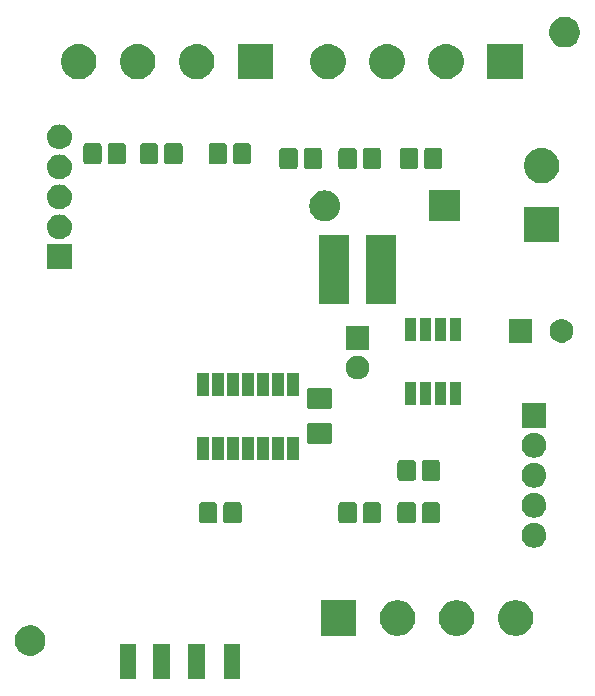
<source format=gbr>
G04 #@! TF.GenerationSoftware,KiCad,Pcbnew,5.0.1*
G04 #@! TF.CreationDate,2019-01-05T16:33:49+01:00*
G04 #@! TF.ProjectId,sensor_board-led,73656E736F725F626F6172642D6C6564,V1.2*
G04 #@! TF.SameCoordinates,Original*
G04 #@! TF.FileFunction,Soldermask,Top*
G04 #@! TF.FilePolarity,Negative*
%FSLAX46Y46*%
G04 Gerber Fmt 4.6, Leading zero omitted, Abs format (unit mm)*
G04 Created by KiCad (PCBNEW 5.0.1) date Sat 05 Jan 2019 04:33:49 PM CET*
%MOMM*%
%LPD*%
G01*
G04 APERTURE LIST*
%ADD10C,0.100000*%
G04 APERTURE END LIST*
D10*
G36*
X46583000Y-79086600D02*
X45183000Y-79086600D01*
X45183000Y-76176600D01*
X46583000Y-76176600D01*
X46583000Y-79086600D01*
X46583000Y-79086600D01*
G37*
G36*
X43583000Y-79086600D02*
X42183000Y-79086600D01*
X42183000Y-76176600D01*
X43583000Y-76176600D01*
X43583000Y-79086600D01*
X43583000Y-79086600D01*
G37*
G36*
X40583000Y-79086600D02*
X39183000Y-79086600D01*
X39183000Y-76176600D01*
X40583000Y-76176600D01*
X40583000Y-79086600D01*
X40583000Y-79086600D01*
G37*
G36*
X37783000Y-79086600D02*
X36383000Y-79086600D01*
X36383000Y-76176600D01*
X37783000Y-76176600D01*
X37783000Y-79086600D01*
X37783000Y-79086600D01*
G37*
G36*
X29157396Y-74594358D02*
X29393980Y-74692354D01*
X29606905Y-74834626D01*
X29787974Y-75015695D01*
X29930246Y-75228620D01*
X30028242Y-75465204D01*
X30078200Y-75716360D01*
X30078200Y-75972440D01*
X30028242Y-76223596D01*
X29930246Y-76460180D01*
X29787974Y-76673105D01*
X29606905Y-76854174D01*
X29393980Y-76996446D01*
X29157396Y-77094442D01*
X28906240Y-77144400D01*
X28650160Y-77144400D01*
X28399004Y-77094442D01*
X28162420Y-76996446D01*
X27949495Y-76854174D01*
X27768426Y-76673105D01*
X27626154Y-76460180D01*
X27528158Y-76223596D01*
X27478200Y-75972440D01*
X27478200Y-75716360D01*
X27528158Y-75465204D01*
X27626154Y-75228620D01*
X27768426Y-75015695D01*
X27949495Y-74834626D01*
X28162420Y-74692354D01*
X28399004Y-74594358D01*
X28650160Y-74544400D01*
X28906240Y-74544400D01*
X29157396Y-74594358D01*
X29157396Y-74594358D01*
G37*
G36*
X60221835Y-72470029D02*
X60318434Y-72489244D01*
X60591417Y-72602317D01*
X60833820Y-72764287D01*
X60837097Y-72766476D01*
X61046024Y-72975403D01*
X61046026Y-72975406D01*
X61210183Y-73221083D01*
X61323256Y-73494066D01*
X61380900Y-73783863D01*
X61380900Y-74079337D01*
X61323256Y-74369134D01*
X61210183Y-74642117D01*
X61176615Y-74692355D01*
X61046024Y-74887797D01*
X60837097Y-75096724D01*
X60837094Y-75096726D01*
X60591417Y-75260883D01*
X60318434Y-75373956D01*
X60221835Y-75393171D01*
X60028639Y-75431600D01*
X59733161Y-75431600D01*
X59539965Y-75393171D01*
X59443366Y-75373956D01*
X59170383Y-75260883D01*
X58924706Y-75096726D01*
X58924703Y-75096724D01*
X58715776Y-74887797D01*
X58585185Y-74692355D01*
X58551617Y-74642117D01*
X58438544Y-74369134D01*
X58380900Y-74079337D01*
X58380900Y-73783863D01*
X58438544Y-73494066D01*
X58551617Y-73221083D01*
X58715774Y-72975406D01*
X58715776Y-72975403D01*
X58924703Y-72766476D01*
X58927980Y-72764287D01*
X59170383Y-72602317D01*
X59443366Y-72489244D01*
X59539965Y-72470029D01*
X59733161Y-72431600D01*
X60028639Y-72431600D01*
X60221835Y-72470029D01*
X60221835Y-72470029D01*
G37*
G36*
X56380900Y-75431600D02*
X53380900Y-75431600D01*
X53380900Y-72431600D01*
X56380900Y-72431600D01*
X56380900Y-75431600D01*
X56380900Y-75431600D01*
G37*
G36*
X70221835Y-72470029D02*
X70318434Y-72489244D01*
X70591417Y-72602317D01*
X70833820Y-72764287D01*
X70837097Y-72766476D01*
X71046024Y-72975403D01*
X71046026Y-72975406D01*
X71210183Y-73221083D01*
X71323256Y-73494066D01*
X71380900Y-73783863D01*
X71380900Y-74079337D01*
X71323256Y-74369134D01*
X71210183Y-74642117D01*
X71176615Y-74692355D01*
X71046024Y-74887797D01*
X70837097Y-75096724D01*
X70837094Y-75096726D01*
X70591417Y-75260883D01*
X70318434Y-75373956D01*
X70221835Y-75393171D01*
X70028639Y-75431600D01*
X69733161Y-75431600D01*
X69539965Y-75393171D01*
X69443366Y-75373956D01*
X69170383Y-75260883D01*
X68924706Y-75096726D01*
X68924703Y-75096724D01*
X68715776Y-74887797D01*
X68585185Y-74692355D01*
X68551617Y-74642117D01*
X68438544Y-74369134D01*
X68380900Y-74079337D01*
X68380900Y-73783863D01*
X68438544Y-73494066D01*
X68551617Y-73221083D01*
X68715774Y-72975406D01*
X68715776Y-72975403D01*
X68924703Y-72766476D01*
X68927980Y-72764287D01*
X69170383Y-72602317D01*
X69443366Y-72489244D01*
X69539965Y-72470029D01*
X69733161Y-72431600D01*
X70028639Y-72431600D01*
X70221835Y-72470029D01*
X70221835Y-72470029D01*
G37*
G36*
X65221835Y-72470029D02*
X65318434Y-72489244D01*
X65591417Y-72602317D01*
X65833820Y-72764287D01*
X65837097Y-72766476D01*
X66046024Y-72975403D01*
X66046026Y-72975406D01*
X66210183Y-73221083D01*
X66323256Y-73494066D01*
X66380900Y-73783863D01*
X66380900Y-74079337D01*
X66323256Y-74369134D01*
X66210183Y-74642117D01*
X66176615Y-74692355D01*
X66046024Y-74887797D01*
X65837097Y-75096724D01*
X65837094Y-75096726D01*
X65591417Y-75260883D01*
X65318434Y-75373956D01*
X65221835Y-75393171D01*
X65028639Y-75431600D01*
X64733161Y-75431600D01*
X64539965Y-75393171D01*
X64443366Y-75373956D01*
X64170383Y-75260883D01*
X63924706Y-75096726D01*
X63924703Y-75096724D01*
X63715776Y-74887797D01*
X63585185Y-74692355D01*
X63551617Y-74642117D01*
X63438544Y-74369134D01*
X63380900Y-74079337D01*
X63380900Y-73783863D01*
X63438544Y-73494066D01*
X63551617Y-73221083D01*
X63715774Y-72975406D01*
X63715776Y-72975403D01*
X63924703Y-72766476D01*
X63927980Y-72764287D01*
X64170383Y-72602317D01*
X64443366Y-72489244D01*
X64539965Y-72470029D01*
X64733161Y-72431600D01*
X65028639Y-72431600D01*
X65221835Y-72470029D01*
X65221835Y-72470029D01*
G37*
G36*
X71562364Y-65886218D02*
X71643336Y-65894193D01*
X71745305Y-65925125D01*
X71841263Y-65954233D01*
X72023672Y-66051733D01*
X72183554Y-66182946D01*
X72314767Y-66342828D01*
X72412267Y-66525237D01*
X72412267Y-66525238D01*
X72472307Y-66723164D01*
X72492580Y-66929000D01*
X72472307Y-67134836D01*
X72432280Y-67266787D01*
X72412267Y-67332763D01*
X72314767Y-67515172D01*
X72183554Y-67675054D01*
X72023672Y-67806267D01*
X71841263Y-67903767D01*
X71775287Y-67923780D01*
X71643336Y-67963807D01*
X71566207Y-67971404D01*
X71489080Y-67979000D01*
X71385920Y-67979000D01*
X71308793Y-67971404D01*
X71231664Y-67963807D01*
X71099713Y-67923780D01*
X71033737Y-67903767D01*
X70851328Y-67806267D01*
X70691446Y-67675054D01*
X70560233Y-67515172D01*
X70462733Y-67332763D01*
X70442720Y-67266787D01*
X70402693Y-67134836D01*
X70382420Y-66929000D01*
X70402693Y-66723164D01*
X70462733Y-66525238D01*
X70462733Y-66525237D01*
X70560233Y-66342828D01*
X70691446Y-66182946D01*
X70851328Y-66051733D01*
X71033737Y-65954233D01*
X71129695Y-65925125D01*
X71231664Y-65894193D01*
X71312636Y-65886218D01*
X71385920Y-65879000D01*
X71489080Y-65879000D01*
X71562364Y-65886218D01*
X71562364Y-65886218D01*
G37*
G36*
X56218530Y-64137310D02*
X56268379Y-64152431D01*
X56314311Y-64176982D01*
X56354574Y-64210026D01*
X56387618Y-64250289D01*
X56412169Y-64296221D01*
X56427290Y-64346070D01*
X56433000Y-64404044D01*
X56433000Y-65659156D01*
X56427290Y-65717130D01*
X56412169Y-65766979D01*
X56387618Y-65812911D01*
X56354574Y-65853174D01*
X56314311Y-65886218D01*
X56268379Y-65910769D01*
X56218530Y-65925890D01*
X56160556Y-65931600D01*
X55155444Y-65931600D01*
X55097470Y-65925890D01*
X55047621Y-65910769D01*
X55001689Y-65886218D01*
X54961426Y-65853174D01*
X54928382Y-65812911D01*
X54903831Y-65766979D01*
X54888710Y-65717130D01*
X54883000Y-65659156D01*
X54883000Y-64404044D01*
X54888710Y-64346070D01*
X54903831Y-64296221D01*
X54928382Y-64250289D01*
X54961426Y-64210026D01*
X55001689Y-64176982D01*
X55047621Y-64152431D01*
X55097470Y-64137310D01*
X55155444Y-64131600D01*
X56160556Y-64131600D01*
X56218530Y-64137310D01*
X56218530Y-64137310D01*
G37*
G36*
X46468530Y-64137310D02*
X46518379Y-64152431D01*
X46564311Y-64176982D01*
X46604574Y-64210026D01*
X46637618Y-64250289D01*
X46662169Y-64296221D01*
X46677290Y-64346070D01*
X46683000Y-64404044D01*
X46683000Y-65659156D01*
X46677290Y-65717130D01*
X46662169Y-65766979D01*
X46637618Y-65812911D01*
X46604574Y-65853174D01*
X46564311Y-65886218D01*
X46518379Y-65910769D01*
X46468530Y-65925890D01*
X46410556Y-65931600D01*
X45405444Y-65931600D01*
X45347470Y-65925890D01*
X45297621Y-65910769D01*
X45251689Y-65886218D01*
X45211426Y-65853174D01*
X45178382Y-65812911D01*
X45153831Y-65766979D01*
X45138710Y-65717130D01*
X45133000Y-65659156D01*
X45133000Y-64404044D01*
X45138710Y-64346070D01*
X45153831Y-64296221D01*
X45178382Y-64250289D01*
X45211426Y-64210026D01*
X45251689Y-64176982D01*
X45297621Y-64152431D01*
X45347470Y-64137310D01*
X45405444Y-64131600D01*
X46410556Y-64131600D01*
X46468530Y-64137310D01*
X46468530Y-64137310D01*
G37*
G36*
X44418530Y-64137310D02*
X44468379Y-64152431D01*
X44514311Y-64176982D01*
X44554574Y-64210026D01*
X44587618Y-64250289D01*
X44612169Y-64296221D01*
X44627290Y-64346070D01*
X44633000Y-64404044D01*
X44633000Y-65659156D01*
X44627290Y-65717130D01*
X44612169Y-65766979D01*
X44587618Y-65812911D01*
X44554574Y-65853174D01*
X44514311Y-65886218D01*
X44468379Y-65910769D01*
X44418530Y-65925890D01*
X44360556Y-65931600D01*
X43355444Y-65931600D01*
X43297470Y-65925890D01*
X43247621Y-65910769D01*
X43201689Y-65886218D01*
X43161426Y-65853174D01*
X43128382Y-65812911D01*
X43103831Y-65766979D01*
X43088710Y-65717130D01*
X43083000Y-65659156D01*
X43083000Y-64404044D01*
X43088710Y-64346070D01*
X43103831Y-64296221D01*
X43128382Y-64250289D01*
X43161426Y-64210026D01*
X43201689Y-64176982D01*
X43247621Y-64152431D01*
X43297470Y-64137310D01*
X43355444Y-64131600D01*
X44360556Y-64131600D01*
X44418530Y-64137310D01*
X44418530Y-64137310D01*
G37*
G36*
X61218530Y-64137310D02*
X61268379Y-64152431D01*
X61314311Y-64176982D01*
X61354574Y-64210026D01*
X61387618Y-64250289D01*
X61412169Y-64296221D01*
X61427290Y-64346070D01*
X61433000Y-64404044D01*
X61433000Y-65659156D01*
X61427290Y-65717130D01*
X61412169Y-65766979D01*
X61387618Y-65812911D01*
X61354574Y-65853174D01*
X61314311Y-65886218D01*
X61268379Y-65910769D01*
X61218530Y-65925890D01*
X61160556Y-65931600D01*
X60155444Y-65931600D01*
X60097470Y-65925890D01*
X60047621Y-65910769D01*
X60001689Y-65886218D01*
X59961426Y-65853174D01*
X59928382Y-65812911D01*
X59903831Y-65766979D01*
X59888710Y-65717130D01*
X59883000Y-65659156D01*
X59883000Y-64404044D01*
X59888710Y-64346070D01*
X59903831Y-64296221D01*
X59928382Y-64250289D01*
X59961426Y-64210026D01*
X60001689Y-64176982D01*
X60047621Y-64152431D01*
X60097470Y-64137310D01*
X60155444Y-64131600D01*
X61160556Y-64131600D01*
X61218530Y-64137310D01*
X61218530Y-64137310D01*
G37*
G36*
X63268530Y-64137310D02*
X63318379Y-64152431D01*
X63364311Y-64176982D01*
X63404574Y-64210026D01*
X63437618Y-64250289D01*
X63462169Y-64296221D01*
X63477290Y-64346070D01*
X63483000Y-64404044D01*
X63483000Y-65659156D01*
X63477290Y-65717130D01*
X63462169Y-65766979D01*
X63437618Y-65812911D01*
X63404574Y-65853174D01*
X63364311Y-65886218D01*
X63318379Y-65910769D01*
X63268530Y-65925890D01*
X63210556Y-65931600D01*
X62205444Y-65931600D01*
X62147470Y-65925890D01*
X62097621Y-65910769D01*
X62051689Y-65886218D01*
X62011426Y-65853174D01*
X61978382Y-65812911D01*
X61953831Y-65766979D01*
X61938710Y-65717130D01*
X61933000Y-65659156D01*
X61933000Y-64404044D01*
X61938710Y-64346070D01*
X61953831Y-64296221D01*
X61978382Y-64250289D01*
X62011426Y-64210026D01*
X62051689Y-64176982D01*
X62097621Y-64152431D01*
X62147470Y-64137310D01*
X62205444Y-64131600D01*
X63210556Y-64131600D01*
X63268530Y-64137310D01*
X63268530Y-64137310D01*
G37*
G36*
X58268530Y-64137310D02*
X58318379Y-64152431D01*
X58364311Y-64176982D01*
X58404574Y-64210026D01*
X58437618Y-64250289D01*
X58462169Y-64296221D01*
X58477290Y-64346070D01*
X58483000Y-64404044D01*
X58483000Y-65659156D01*
X58477290Y-65717130D01*
X58462169Y-65766979D01*
X58437618Y-65812911D01*
X58404574Y-65853174D01*
X58364311Y-65886218D01*
X58318379Y-65910769D01*
X58268530Y-65925890D01*
X58210556Y-65931600D01*
X57205444Y-65931600D01*
X57147470Y-65925890D01*
X57097621Y-65910769D01*
X57051689Y-65886218D01*
X57011426Y-65853174D01*
X56978382Y-65812911D01*
X56953831Y-65766979D01*
X56938710Y-65717130D01*
X56933000Y-65659156D01*
X56933000Y-64404044D01*
X56938710Y-64346070D01*
X56953831Y-64296221D01*
X56978382Y-64250289D01*
X57011426Y-64210026D01*
X57051689Y-64176982D01*
X57097621Y-64152431D01*
X57147470Y-64137310D01*
X57205444Y-64131600D01*
X58210556Y-64131600D01*
X58268530Y-64137310D01*
X58268530Y-64137310D01*
G37*
G36*
X71566207Y-63346597D02*
X71643336Y-63354193D01*
X71775287Y-63394220D01*
X71841263Y-63414233D01*
X72023672Y-63511733D01*
X72183554Y-63642946D01*
X72314767Y-63802828D01*
X72412267Y-63985237D01*
X72412267Y-63985238D01*
X72472307Y-64183164D01*
X72492580Y-64389000D01*
X72472307Y-64594836D01*
X72432280Y-64726787D01*
X72412267Y-64792763D01*
X72314767Y-64975172D01*
X72183554Y-65135054D01*
X72023672Y-65266267D01*
X71841263Y-65363767D01*
X71775287Y-65383780D01*
X71643336Y-65423807D01*
X71566207Y-65431403D01*
X71489080Y-65439000D01*
X71385920Y-65439000D01*
X71308793Y-65431403D01*
X71231664Y-65423807D01*
X71099713Y-65383780D01*
X71033737Y-65363767D01*
X70851328Y-65266267D01*
X70691446Y-65135054D01*
X70560233Y-64975172D01*
X70462733Y-64792763D01*
X70442720Y-64726787D01*
X70402693Y-64594836D01*
X70382420Y-64389000D01*
X70402693Y-64183164D01*
X70462733Y-63985238D01*
X70462733Y-63985237D01*
X70560233Y-63802828D01*
X70691446Y-63642946D01*
X70851328Y-63511733D01*
X71033737Y-63414233D01*
X71099713Y-63394220D01*
X71231664Y-63354193D01*
X71308793Y-63346597D01*
X71385920Y-63339000D01*
X71489080Y-63339000D01*
X71566207Y-63346597D01*
X71566207Y-63346597D01*
G37*
G36*
X71566207Y-60806596D02*
X71643336Y-60814193D01*
X71775287Y-60854220D01*
X71841263Y-60874233D01*
X72023672Y-60971733D01*
X72183554Y-61102946D01*
X72314767Y-61262828D01*
X72412267Y-61445237D01*
X72412267Y-61445238D01*
X72472307Y-61643164D01*
X72492580Y-61849000D01*
X72472307Y-62054836D01*
X72453410Y-62117130D01*
X72412267Y-62252763D01*
X72314767Y-62435172D01*
X72183554Y-62595054D01*
X72023672Y-62726267D01*
X71841263Y-62823767D01*
X71775287Y-62843780D01*
X71643336Y-62883807D01*
X71566207Y-62891403D01*
X71489080Y-62899000D01*
X71385920Y-62899000D01*
X71308793Y-62891403D01*
X71231664Y-62883807D01*
X71099713Y-62843780D01*
X71033737Y-62823767D01*
X70851328Y-62726267D01*
X70691446Y-62595054D01*
X70560233Y-62435172D01*
X70462733Y-62252763D01*
X70421590Y-62117130D01*
X70402693Y-62054836D01*
X70382420Y-61849000D01*
X70402693Y-61643164D01*
X70462733Y-61445238D01*
X70462733Y-61445237D01*
X70560233Y-61262828D01*
X70691446Y-61102946D01*
X70851328Y-60971733D01*
X71033737Y-60874233D01*
X71099713Y-60854220D01*
X71231664Y-60814193D01*
X71308793Y-60806596D01*
X71385920Y-60799000D01*
X71489080Y-60799000D01*
X71566207Y-60806596D01*
X71566207Y-60806596D01*
G37*
G36*
X63268530Y-60537310D02*
X63318379Y-60552431D01*
X63364311Y-60576982D01*
X63404574Y-60610026D01*
X63437618Y-60650289D01*
X63462169Y-60696221D01*
X63477290Y-60746070D01*
X63483000Y-60804044D01*
X63483000Y-62059156D01*
X63477290Y-62117130D01*
X63462169Y-62166979D01*
X63437618Y-62212911D01*
X63404574Y-62253174D01*
X63364311Y-62286218D01*
X63318379Y-62310769D01*
X63268530Y-62325890D01*
X63210556Y-62331600D01*
X62205444Y-62331600D01*
X62147470Y-62325890D01*
X62097621Y-62310769D01*
X62051689Y-62286218D01*
X62011426Y-62253174D01*
X61978382Y-62212911D01*
X61953831Y-62166979D01*
X61938710Y-62117130D01*
X61933000Y-62059156D01*
X61933000Y-60804044D01*
X61938710Y-60746070D01*
X61953831Y-60696221D01*
X61978382Y-60650289D01*
X62011426Y-60610026D01*
X62051689Y-60576982D01*
X62097621Y-60552431D01*
X62147470Y-60537310D01*
X62205444Y-60531600D01*
X63210556Y-60531600D01*
X63268530Y-60537310D01*
X63268530Y-60537310D01*
G37*
G36*
X61218530Y-60537310D02*
X61268379Y-60552431D01*
X61314311Y-60576982D01*
X61354574Y-60610026D01*
X61387618Y-60650289D01*
X61412169Y-60696221D01*
X61427290Y-60746070D01*
X61433000Y-60804044D01*
X61433000Y-62059156D01*
X61427290Y-62117130D01*
X61412169Y-62166979D01*
X61387618Y-62212911D01*
X61354574Y-62253174D01*
X61314311Y-62286218D01*
X61268379Y-62310769D01*
X61218530Y-62325890D01*
X61160556Y-62331600D01*
X60155444Y-62331600D01*
X60097470Y-62325890D01*
X60047621Y-62310769D01*
X60001689Y-62286218D01*
X59961426Y-62253174D01*
X59928382Y-62212911D01*
X59903831Y-62166979D01*
X59888710Y-62117130D01*
X59883000Y-62059156D01*
X59883000Y-60804044D01*
X59888710Y-60746070D01*
X59903831Y-60696221D01*
X59928382Y-60650289D01*
X59961426Y-60610026D01*
X60001689Y-60576982D01*
X60047621Y-60552431D01*
X60097470Y-60537310D01*
X60155444Y-60531600D01*
X61160556Y-60531600D01*
X61218530Y-60537310D01*
X61218530Y-60537310D01*
G37*
G36*
X49003000Y-60531600D02*
X48003000Y-60531600D01*
X48003000Y-58631600D01*
X49003000Y-58631600D01*
X49003000Y-60531600D01*
X49003000Y-60531600D01*
G37*
G36*
X50273000Y-60531600D02*
X49273000Y-60531600D01*
X49273000Y-58631600D01*
X50273000Y-58631600D01*
X50273000Y-60531600D01*
X50273000Y-60531600D01*
G37*
G36*
X51543000Y-60531600D02*
X50543000Y-60531600D01*
X50543000Y-58631600D01*
X51543000Y-58631600D01*
X51543000Y-60531600D01*
X51543000Y-60531600D01*
G37*
G36*
X47733000Y-60531600D02*
X46733000Y-60531600D01*
X46733000Y-58631600D01*
X47733000Y-58631600D01*
X47733000Y-60531600D01*
X47733000Y-60531600D01*
G37*
G36*
X46463000Y-60531600D02*
X45463000Y-60531600D01*
X45463000Y-58631600D01*
X46463000Y-58631600D01*
X46463000Y-60531600D01*
X46463000Y-60531600D01*
G37*
G36*
X45193000Y-60531600D02*
X44193000Y-60531600D01*
X44193000Y-58631600D01*
X45193000Y-58631600D01*
X45193000Y-60531600D01*
X45193000Y-60531600D01*
G37*
G36*
X43923000Y-60531600D02*
X42923000Y-60531600D01*
X42923000Y-58631600D01*
X43923000Y-58631600D01*
X43923000Y-60531600D01*
X43923000Y-60531600D01*
G37*
G36*
X71566207Y-58266597D02*
X71643336Y-58274193D01*
X71775287Y-58314220D01*
X71841263Y-58334233D01*
X72023672Y-58431733D01*
X72183554Y-58562946D01*
X72314767Y-58722828D01*
X72412267Y-58905237D01*
X72432280Y-58971213D01*
X72472307Y-59103164D01*
X72492580Y-59309000D01*
X72472307Y-59514836D01*
X72432280Y-59646787D01*
X72412267Y-59712763D01*
X72314767Y-59895172D01*
X72183554Y-60055054D01*
X72023672Y-60186267D01*
X71841263Y-60283767D01*
X71775287Y-60303780D01*
X71643336Y-60343807D01*
X71566207Y-60351403D01*
X71489080Y-60359000D01*
X71385920Y-60359000D01*
X71308793Y-60351403D01*
X71231664Y-60343807D01*
X71099713Y-60303780D01*
X71033737Y-60283767D01*
X70851328Y-60186267D01*
X70691446Y-60055054D01*
X70560233Y-59895172D01*
X70462733Y-59712763D01*
X70442720Y-59646787D01*
X70402693Y-59514836D01*
X70382420Y-59309000D01*
X70402693Y-59103164D01*
X70442720Y-58971213D01*
X70462733Y-58905237D01*
X70560233Y-58722828D01*
X70691446Y-58562946D01*
X70851328Y-58431733D01*
X71033737Y-58334233D01*
X71099713Y-58314220D01*
X71231664Y-58274193D01*
X71308793Y-58266597D01*
X71385920Y-58259000D01*
X71489080Y-58259000D01*
X71566207Y-58266597D01*
X71566207Y-58266597D01*
G37*
G36*
X54165482Y-57411786D02*
X54210204Y-57425353D01*
X54251433Y-57447390D01*
X54287561Y-57477039D01*
X54317210Y-57513167D01*
X54339247Y-57554396D01*
X54352814Y-57599118D01*
X54358000Y-57651775D01*
X54358000Y-58986425D01*
X54352814Y-59039082D01*
X54339247Y-59083804D01*
X54317210Y-59125033D01*
X54287561Y-59161161D01*
X54251433Y-59190810D01*
X54210204Y-59212847D01*
X54165482Y-59226414D01*
X54112825Y-59231600D01*
X52453175Y-59231600D01*
X52400518Y-59226414D01*
X52355796Y-59212847D01*
X52314567Y-59190810D01*
X52278439Y-59161161D01*
X52248790Y-59125033D01*
X52226753Y-59083804D01*
X52213186Y-59039082D01*
X52208000Y-58986425D01*
X52208000Y-57651775D01*
X52213186Y-57599118D01*
X52226753Y-57554396D01*
X52248790Y-57513167D01*
X52278439Y-57477039D01*
X52314567Y-57447390D01*
X52355796Y-57425353D01*
X52400518Y-57411786D01*
X52453175Y-57406600D01*
X54112825Y-57406600D01*
X54165482Y-57411786D01*
X54165482Y-57411786D01*
G37*
G36*
X72487500Y-57819000D02*
X70387500Y-57819000D01*
X70387500Y-55719000D01*
X72487500Y-55719000D01*
X72487500Y-57819000D01*
X72487500Y-57819000D01*
G37*
G36*
X54165482Y-54436786D02*
X54210204Y-54450353D01*
X54251433Y-54472390D01*
X54287561Y-54502039D01*
X54317210Y-54538167D01*
X54339247Y-54579396D01*
X54352814Y-54624118D01*
X54358000Y-54676775D01*
X54358000Y-56011425D01*
X54352814Y-56064082D01*
X54339247Y-56108804D01*
X54317210Y-56150033D01*
X54287561Y-56186161D01*
X54251433Y-56215810D01*
X54210204Y-56237847D01*
X54165482Y-56251414D01*
X54112825Y-56256600D01*
X52453175Y-56256600D01*
X52400518Y-56251414D01*
X52355796Y-56237847D01*
X52314567Y-56215810D01*
X52278439Y-56186161D01*
X52248790Y-56150033D01*
X52226753Y-56108804D01*
X52213186Y-56064082D01*
X52208000Y-56011425D01*
X52208000Y-54676775D01*
X52213186Y-54624118D01*
X52226753Y-54579396D01*
X52248790Y-54538167D01*
X52278439Y-54502039D01*
X52314567Y-54472390D01*
X52355796Y-54450353D01*
X52400518Y-54436786D01*
X52453175Y-54431600D01*
X54112825Y-54431600D01*
X54165482Y-54436786D01*
X54165482Y-54436786D01*
G37*
G36*
X61478000Y-55906600D02*
X60478000Y-55906600D01*
X60478000Y-53956600D01*
X61478000Y-53956600D01*
X61478000Y-55906600D01*
X61478000Y-55906600D01*
G37*
G36*
X62748000Y-55906600D02*
X61748000Y-55906600D01*
X61748000Y-53956600D01*
X62748000Y-53956600D01*
X62748000Y-55906600D01*
X62748000Y-55906600D01*
G37*
G36*
X65288000Y-55906600D02*
X64288000Y-55906600D01*
X64288000Y-53956600D01*
X65288000Y-53956600D01*
X65288000Y-55906600D01*
X65288000Y-55906600D01*
G37*
G36*
X64018000Y-55906600D02*
X63018000Y-55906600D01*
X63018000Y-53956600D01*
X64018000Y-53956600D01*
X64018000Y-55906600D01*
X64018000Y-55906600D01*
G37*
G36*
X43923000Y-55131600D02*
X42923000Y-55131600D01*
X42923000Y-53231600D01*
X43923000Y-53231600D01*
X43923000Y-55131600D01*
X43923000Y-55131600D01*
G37*
G36*
X45193000Y-55131600D02*
X44193000Y-55131600D01*
X44193000Y-53231600D01*
X45193000Y-53231600D01*
X45193000Y-55131600D01*
X45193000Y-55131600D01*
G37*
G36*
X46463000Y-55131600D02*
X45463000Y-55131600D01*
X45463000Y-53231600D01*
X46463000Y-53231600D01*
X46463000Y-55131600D01*
X46463000Y-55131600D01*
G37*
G36*
X50273000Y-55131600D02*
X49273000Y-55131600D01*
X49273000Y-53231600D01*
X50273000Y-53231600D01*
X50273000Y-55131600D01*
X50273000Y-55131600D01*
G37*
G36*
X49003000Y-55131600D02*
X48003000Y-55131600D01*
X48003000Y-53231600D01*
X49003000Y-53231600D01*
X49003000Y-55131600D01*
X49003000Y-55131600D01*
G37*
G36*
X51543000Y-55131600D02*
X50543000Y-55131600D01*
X50543000Y-53231600D01*
X51543000Y-53231600D01*
X51543000Y-55131600D01*
X51543000Y-55131600D01*
G37*
G36*
X47733000Y-55131600D02*
X46733000Y-55131600D01*
X46733000Y-53231600D01*
X47733000Y-53231600D01*
X47733000Y-55131600D01*
X47733000Y-55131600D01*
G37*
G36*
X56658770Y-51746972D02*
X56774689Y-51770029D01*
X56956678Y-51845411D01*
X57120463Y-51954849D01*
X57259751Y-52094137D01*
X57369189Y-52257922D01*
X57444571Y-52439911D01*
X57483000Y-52633109D01*
X57483000Y-52830091D01*
X57444571Y-53023289D01*
X57369189Y-53205278D01*
X57259751Y-53369063D01*
X57120463Y-53508351D01*
X56956678Y-53617789D01*
X56774689Y-53693171D01*
X56658770Y-53716228D01*
X56581493Y-53731600D01*
X56384507Y-53731600D01*
X56307230Y-53716228D01*
X56191311Y-53693171D01*
X56009322Y-53617789D01*
X55845537Y-53508351D01*
X55706249Y-53369063D01*
X55596811Y-53205278D01*
X55521429Y-53023289D01*
X55483000Y-52830091D01*
X55483000Y-52633109D01*
X55521429Y-52439911D01*
X55596811Y-52257922D01*
X55706249Y-52094137D01*
X55845537Y-51954849D01*
X56009322Y-51845411D01*
X56191311Y-51770029D01*
X56307230Y-51746972D01*
X56384507Y-51731600D01*
X56581493Y-51731600D01*
X56658770Y-51746972D01*
X56658770Y-51746972D01*
G37*
G36*
X57483000Y-51231600D02*
X55483000Y-51231600D01*
X55483000Y-49231600D01*
X57483000Y-49231600D01*
X57483000Y-51231600D01*
X57483000Y-51231600D01*
G37*
G36*
X73958770Y-48646972D02*
X74074689Y-48670029D01*
X74256678Y-48745411D01*
X74420463Y-48854849D01*
X74559751Y-48994137D01*
X74669189Y-49157922D01*
X74744571Y-49339911D01*
X74783000Y-49533109D01*
X74783000Y-49730091D01*
X74744571Y-49923289D01*
X74669189Y-50105278D01*
X74559751Y-50269063D01*
X74420463Y-50408351D01*
X74256678Y-50517789D01*
X74074689Y-50593171D01*
X73958770Y-50616228D01*
X73881493Y-50631600D01*
X73684507Y-50631600D01*
X73607230Y-50616228D01*
X73491311Y-50593171D01*
X73309322Y-50517789D01*
X73145537Y-50408351D01*
X73006249Y-50269063D01*
X72896811Y-50105278D01*
X72821429Y-49923289D01*
X72783000Y-49730091D01*
X72783000Y-49533109D01*
X72821429Y-49339911D01*
X72896811Y-49157922D01*
X73006249Y-48994137D01*
X73145537Y-48854849D01*
X73309322Y-48745411D01*
X73491311Y-48670029D01*
X73607230Y-48646972D01*
X73684507Y-48631600D01*
X73881493Y-48631600D01*
X73958770Y-48646972D01*
X73958770Y-48646972D01*
G37*
G36*
X71283000Y-50631600D02*
X69283000Y-50631600D01*
X69283000Y-48631600D01*
X71283000Y-48631600D01*
X71283000Y-50631600D01*
X71283000Y-50631600D01*
G37*
G36*
X62748000Y-50506600D02*
X61748000Y-50506600D01*
X61748000Y-48556600D01*
X62748000Y-48556600D01*
X62748000Y-50506600D01*
X62748000Y-50506600D01*
G37*
G36*
X61478000Y-50506600D02*
X60478000Y-50506600D01*
X60478000Y-48556600D01*
X61478000Y-48556600D01*
X61478000Y-50506600D01*
X61478000Y-50506600D01*
G37*
G36*
X64018000Y-50506600D02*
X63018000Y-50506600D01*
X63018000Y-48556600D01*
X64018000Y-48556600D01*
X64018000Y-50506600D01*
X64018000Y-50506600D01*
G37*
G36*
X65288000Y-50506600D02*
X64288000Y-50506600D01*
X64288000Y-48556600D01*
X65288000Y-48556600D01*
X65288000Y-50506600D01*
X65288000Y-50506600D01*
G37*
G36*
X59758000Y-47381600D02*
X57208000Y-47381600D01*
X57208000Y-41481600D01*
X59758000Y-41481600D01*
X59758000Y-47381600D01*
X59758000Y-47381600D01*
G37*
G36*
X55758000Y-47381600D02*
X53208000Y-47381600D01*
X53208000Y-41481600D01*
X55758000Y-41481600D01*
X55758000Y-47381600D01*
X55758000Y-47381600D01*
G37*
G36*
X32304700Y-44407800D02*
X30204700Y-44407800D01*
X30204700Y-42307800D01*
X32304700Y-42307800D01*
X32304700Y-44407800D01*
X32304700Y-44407800D01*
G37*
G36*
X73583000Y-42131600D02*
X70583000Y-42131600D01*
X70583000Y-39131600D01*
X73583000Y-39131600D01*
X73583000Y-42131600D01*
X73583000Y-42131600D01*
G37*
G36*
X31383407Y-39775396D02*
X31460536Y-39782993D01*
X31592487Y-39823020D01*
X31658463Y-39843033D01*
X31840872Y-39940533D01*
X32000754Y-40071746D01*
X32131967Y-40231628D01*
X32229467Y-40414037D01*
X32229467Y-40414038D01*
X32289507Y-40611964D01*
X32309780Y-40817800D01*
X32289507Y-41023636D01*
X32249480Y-41155587D01*
X32229467Y-41221563D01*
X32131967Y-41403972D01*
X32000754Y-41563854D01*
X31840872Y-41695067D01*
X31658463Y-41792567D01*
X31592487Y-41812580D01*
X31460536Y-41852607D01*
X31383407Y-41860204D01*
X31306280Y-41867800D01*
X31203120Y-41867800D01*
X31125993Y-41860204D01*
X31048864Y-41852607D01*
X30916913Y-41812580D01*
X30850937Y-41792567D01*
X30668528Y-41695067D01*
X30508646Y-41563854D01*
X30377433Y-41403972D01*
X30279933Y-41221563D01*
X30259920Y-41155587D01*
X30219893Y-41023636D01*
X30199620Y-40817800D01*
X30219893Y-40611964D01*
X30279933Y-40414038D01*
X30279933Y-40414037D01*
X30377433Y-40231628D01*
X30508646Y-40071746D01*
X30668528Y-39940533D01*
X30850937Y-39843033D01*
X30916913Y-39823020D01*
X31048864Y-39782993D01*
X31125993Y-39775396D01*
X31203120Y-39767800D01*
X31306280Y-39767800D01*
X31383407Y-39775396D01*
X31383407Y-39775396D01*
G37*
G36*
X65183000Y-40331600D02*
X62583000Y-40331600D01*
X62583000Y-37731600D01*
X65183000Y-37731600D01*
X65183000Y-40331600D01*
X65183000Y-40331600D01*
G37*
G36*
X53977845Y-37750410D02*
X54222896Y-37824745D01*
X54448736Y-37945460D01*
X54646687Y-38107913D01*
X54809140Y-38305864D01*
X54929855Y-38531704D01*
X55004190Y-38776755D01*
X55029290Y-39031600D01*
X55004190Y-39286445D01*
X54929855Y-39531496D01*
X54809140Y-39757336D01*
X54646687Y-39955287D01*
X54448736Y-40117740D01*
X54222896Y-40238455D01*
X53977845Y-40312790D01*
X53786864Y-40331600D01*
X53659136Y-40331600D01*
X53468155Y-40312790D01*
X53223104Y-40238455D01*
X52997264Y-40117740D01*
X52799313Y-39955287D01*
X52636860Y-39757336D01*
X52516145Y-39531496D01*
X52441810Y-39286445D01*
X52416710Y-39031600D01*
X52441810Y-38776755D01*
X52516145Y-38531704D01*
X52636860Y-38305864D01*
X52799313Y-38107913D01*
X52997264Y-37945460D01*
X53223104Y-37824745D01*
X53468155Y-37750410D01*
X53659136Y-37731600D01*
X53786864Y-37731600D01*
X53977845Y-37750410D01*
X53977845Y-37750410D01*
G37*
G36*
X31383407Y-37235396D02*
X31460536Y-37242993D01*
X31592487Y-37283020D01*
X31658463Y-37303033D01*
X31840872Y-37400533D01*
X32000754Y-37531746D01*
X32131967Y-37691628D01*
X32229467Y-37874037D01*
X32229467Y-37874038D01*
X32289507Y-38071964D01*
X32309780Y-38277800D01*
X32289507Y-38483636D01*
X32249480Y-38615587D01*
X32229467Y-38681563D01*
X32131967Y-38863972D01*
X32000754Y-39023854D01*
X31840872Y-39155067D01*
X31658463Y-39252567D01*
X31592487Y-39272580D01*
X31460536Y-39312607D01*
X31383407Y-39320203D01*
X31306280Y-39327800D01*
X31203120Y-39327800D01*
X31125993Y-39320203D01*
X31048864Y-39312607D01*
X30916913Y-39272580D01*
X30850937Y-39252567D01*
X30668528Y-39155067D01*
X30508646Y-39023854D01*
X30377433Y-38863972D01*
X30279933Y-38681563D01*
X30259920Y-38615587D01*
X30219893Y-38483636D01*
X30199620Y-38277800D01*
X30219893Y-38071964D01*
X30279933Y-37874038D01*
X30279933Y-37874037D01*
X30377433Y-37691628D01*
X30508646Y-37531746D01*
X30668528Y-37400533D01*
X30850937Y-37303033D01*
X30916913Y-37283020D01*
X31048864Y-37242993D01*
X31125993Y-37235396D01*
X31203120Y-37227800D01*
X31306280Y-37227800D01*
X31383407Y-37235396D01*
X31383407Y-37235396D01*
G37*
G36*
X72359684Y-34157249D02*
X72520534Y-34189244D01*
X72793517Y-34302317D01*
X72943928Y-34402819D01*
X73039197Y-34466476D01*
X73248124Y-34675403D01*
X73248126Y-34675406D01*
X73412283Y-34921083D01*
X73507778Y-35151628D01*
X73525356Y-35194067D01*
X73583000Y-35483861D01*
X73583000Y-35779339D01*
X73525356Y-36069133D01*
X73412284Y-36342115D01*
X73248124Y-36587797D01*
X73039197Y-36796724D01*
X73039194Y-36796726D01*
X72793517Y-36960883D01*
X72520534Y-37073956D01*
X72423935Y-37093171D01*
X72230739Y-37131600D01*
X71935261Y-37131600D01*
X71742065Y-37093171D01*
X71645466Y-37073956D01*
X71372483Y-36960883D01*
X71126806Y-36796726D01*
X71126803Y-36796724D01*
X70917876Y-36587797D01*
X70753716Y-36342115D01*
X70640644Y-36069133D01*
X70583000Y-35779339D01*
X70583000Y-35483861D01*
X70640644Y-35194067D01*
X70658223Y-35151628D01*
X70753717Y-34921083D01*
X70917874Y-34675406D01*
X70917876Y-34675403D01*
X71126803Y-34466476D01*
X71222072Y-34402819D01*
X71372483Y-34302317D01*
X71645466Y-34189244D01*
X71806316Y-34157249D01*
X71935261Y-34131600D01*
X72230739Y-34131600D01*
X72359684Y-34157249D01*
X72359684Y-34157249D01*
G37*
G36*
X31383407Y-34695396D02*
X31460536Y-34702993D01*
X31592487Y-34743020D01*
X31658463Y-34763033D01*
X31840872Y-34860533D01*
X32000754Y-34991746D01*
X32131967Y-35151628D01*
X32229467Y-35334037D01*
X32229467Y-35334038D01*
X32289507Y-35531964D01*
X32309780Y-35737800D01*
X32289507Y-35943636D01*
X32251438Y-36069133D01*
X32229467Y-36141563D01*
X32131967Y-36323972D01*
X32000754Y-36483854D01*
X31840872Y-36615067D01*
X31658463Y-36712567D01*
X31592487Y-36732580D01*
X31460536Y-36772607D01*
X31383407Y-36780203D01*
X31306280Y-36787800D01*
X31203120Y-36787800D01*
X31125993Y-36780203D01*
X31048864Y-36772607D01*
X30916913Y-36732580D01*
X30850937Y-36712567D01*
X30668528Y-36615067D01*
X30508646Y-36483854D01*
X30377433Y-36323972D01*
X30279933Y-36141563D01*
X30257962Y-36069133D01*
X30219893Y-35943636D01*
X30199620Y-35737800D01*
X30219893Y-35531964D01*
X30279933Y-35334038D01*
X30279933Y-35334037D01*
X30377433Y-35151628D01*
X30508646Y-34991746D01*
X30668528Y-34860533D01*
X30850937Y-34763033D01*
X30916913Y-34743020D01*
X31048864Y-34702993D01*
X31125993Y-34695396D01*
X31203120Y-34687800D01*
X31306280Y-34687800D01*
X31383407Y-34695396D01*
X31383407Y-34695396D01*
G37*
G36*
X63468530Y-34137310D02*
X63518379Y-34152431D01*
X63564311Y-34176982D01*
X63604574Y-34210026D01*
X63637618Y-34250289D01*
X63662169Y-34296221D01*
X63677290Y-34346070D01*
X63683000Y-34404044D01*
X63683000Y-35659156D01*
X63677290Y-35717130D01*
X63662169Y-35766979D01*
X63637618Y-35812911D01*
X63604574Y-35853174D01*
X63564311Y-35886218D01*
X63518379Y-35910769D01*
X63468530Y-35925890D01*
X63410556Y-35931600D01*
X62405444Y-35931600D01*
X62347470Y-35925890D01*
X62297621Y-35910769D01*
X62251689Y-35886218D01*
X62211426Y-35853174D01*
X62178382Y-35812911D01*
X62153831Y-35766979D01*
X62138710Y-35717130D01*
X62133000Y-35659156D01*
X62133000Y-34404044D01*
X62138710Y-34346070D01*
X62153831Y-34296221D01*
X62178382Y-34250289D01*
X62211426Y-34210026D01*
X62251689Y-34176982D01*
X62297621Y-34152431D01*
X62347470Y-34137310D01*
X62405444Y-34131600D01*
X63410556Y-34131600D01*
X63468530Y-34137310D01*
X63468530Y-34137310D01*
G37*
G36*
X51218530Y-34137310D02*
X51268379Y-34152431D01*
X51314311Y-34176982D01*
X51354574Y-34210026D01*
X51387618Y-34250289D01*
X51412169Y-34296221D01*
X51427290Y-34346070D01*
X51433000Y-34404044D01*
X51433000Y-35659156D01*
X51427290Y-35717130D01*
X51412169Y-35766979D01*
X51387618Y-35812911D01*
X51354574Y-35853174D01*
X51314311Y-35886218D01*
X51268379Y-35910769D01*
X51218530Y-35925890D01*
X51160556Y-35931600D01*
X50155444Y-35931600D01*
X50097470Y-35925890D01*
X50047621Y-35910769D01*
X50001689Y-35886218D01*
X49961426Y-35853174D01*
X49928382Y-35812911D01*
X49903831Y-35766979D01*
X49888710Y-35717130D01*
X49883000Y-35659156D01*
X49883000Y-34404044D01*
X49888710Y-34346070D01*
X49903831Y-34296221D01*
X49928382Y-34250289D01*
X49961426Y-34210026D01*
X50001689Y-34176982D01*
X50047621Y-34152431D01*
X50097470Y-34137310D01*
X50155444Y-34131600D01*
X51160556Y-34131600D01*
X51218530Y-34137310D01*
X51218530Y-34137310D01*
G37*
G36*
X53268530Y-34137310D02*
X53318379Y-34152431D01*
X53364311Y-34176982D01*
X53404574Y-34210026D01*
X53437618Y-34250289D01*
X53462169Y-34296221D01*
X53477290Y-34346070D01*
X53483000Y-34404044D01*
X53483000Y-35659156D01*
X53477290Y-35717130D01*
X53462169Y-35766979D01*
X53437618Y-35812911D01*
X53404574Y-35853174D01*
X53364311Y-35886218D01*
X53318379Y-35910769D01*
X53268530Y-35925890D01*
X53210556Y-35931600D01*
X52205444Y-35931600D01*
X52147470Y-35925890D01*
X52097621Y-35910769D01*
X52051689Y-35886218D01*
X52011426Y-35853174D01*
X51978382Y-35812911D01*
X51953831Y-35766979D01*
X51938710Y-35717130D01*
X51933000Y-35659156D01*
X51933000Y-34404044D01*
X51938710Y-34346070D01*
X51953831Y-34296221D01*
X51978382Y-34250289D01*
X52011426Y-34210026D01*
X52051689Y-34176982D01*
X52097621Y-34152431D01*
X52147470Y-34137310D01*
X52205444Y-34131600D01*
X53210556Y-34131600D01*
X53268530Y-34137310D01*
X53268530Y-34137310D01*
G37*
G36*
X56218530Y-34137310D02*
X56268379Y-34152431D01*
X56314311Y-34176982D01*
X56354574Y-34210026D01*
X56387618Y-34250289D01*
X56412169Y-34296221D01*
X56427290Y-34346070D01*
X56433000Y-34404044D01*
X56433000Y-35659156D01*
X56427290Y-35717130D01*
X56412169Y-35766979D01*
X56387618Y-35812911D01*
X56354574Y-35853174D01*
X56314311Y-35886218D01*
X56268379Y-35910769D01*
X56218530Y-35925890D01*
X56160556Y-35931600D01*
X55155444Y-35931600D01*
X55097470Y-35925890D01*
X55047621Y-35910769D01*
X55001689Y-35886218D01*
X54961426Y-35853174D01*
X54928382Y-35812911D01*
X54903831Y-35766979D01*
X54888710Y-35717130D01*
X54883000Y-35659156D01*
X54883000Y-34404044D01*
X54888710Y-34346070D01*
X54903831Y-34296221D01*
X54928382Y-34250289D01*
X54961426Y-34210026D01*
X55001689Y-34176982D01*
X55047621Y-34152431D01*
X55097470Y-34137310D01*
X55155444Y-34131600D01*
X56160556Y-34131600D01*
X56218530Y-34137310D01*
X56218530Y-34137310D01*
G37*
G36*
X61418530Y-34137310D02*
X61468379Y-34152431D01*
X61514311Y-34176982D01*
X61554574Y-34210026D01*
X61587618Y-34250289D01*
X61612169Y-34296221D01*
X61627290Y-34346070D01*
X61633000Y-34404044D01*
X61633000Y-35659156D01*
X61627290Y-35717130D01*
X61612169Y-35766979D01*
X61587618Y-35812911D01*
X61554574Y-35853174D01*
X61514311Y-35886218D01*
X61468379Y-35910769D01*
X61418530Y-35925890D01*
X61360556Y-35931600D01*
X60355444Y-35931600D01*
X60297470Y-35925890D01*
X60247621Y-35910769D01*
X60201689Y-35886218D01*
X60161426Y-35853174D01*
X60128382Y-35812911D01*
X60103831Y-35766979D01*
X60088710Y-35717130D01*
X60083000Y-35659156D01*
X60083000Y-34404044D01*
X60088710Y-34346070D01*
X60103831Y-34296221D01*
X60128382Y-34250289D01*
X60161426Y-34210026D01*
X60201689Y-34176982D01*
X60247621Y-34152431D01*
X60297470Y-34137310D01*
X60355444Y-34131600D01*
X61360556Y-34131600D01*
X61418530Y-34137310D01*
X61418530Y-34137310D01*
G37*
G36*
X58268530Y-34137310D02*
X58318379Y-34152431D01*
X58364311Y-34176982D01*
X58404574Y-34210026D01*
X58437618Y-34250289D01*
X58462169Y-34296221D01*
X58477290Y-34346070D01*
X58483000Y-34404044D01*
X58483000Y-35659156D01*
X58477290Y-35717130D01*
X58462169Y-35766979D01*
X58437618Y-35812911D01*
X58404574Y-35853174D01*
X58364311Y-35886218D01*
X58318379Y-35910769D01*
X58268530Y-35925890D01*
X58210556Y-35931600D01*
X57205444Y-35931600D01*
X57147470Y-35925890D01*
X57097621Y-35910769D01*
X57051689Y-35886218D01*
X57011426Y-35853174D01*
X56978382Y-35812911D01*
X56953831Y-35766979D01*
X56938710Y-35717130D01*
X56933000Y-35659156D01*
X56933000Y-34404044D01*
X56938710Y-34346070D01*
X56953831Y-34296221D01*
X56978382Y-34250289D01*
X57011426Y-34210026D01*
X57051689Y-34176982D01*
X57097621Y-34152431D01*
X57147470Y-34137310D01*
X57205444Y-34131600D01*
X58210556Y-34131600D01*
X58268530Y-34137310D01*
X58268530Y-34137310D01*
G37*
G36*
X34618530Y-33737310D02*
X34668379Y-33752431D01*
X34714311Y-33776982D01*
X34754574Y-33810026D01*
X34787618Y-33850289D01*
X34812169Y-33896221D01*
X34827290Y-33946070D01*
X34833000Y-34004044D01*
X34833000Y-35259156D01*
X34827290Y-35317130D01*
X34812169Y-35366979D01*
X34787618Y-35412911D01*
X34754574Y-35453174D01*
X34714311Y-35486218D01*
X34668379Y-35510769D01*
X34618530Y-35525890D01*
X34560556Y-35531600D01*
X33555444Y-35531600D01*
X33497470Y-35525890D01*
X33447621Y-35510769D01*
X33401689Y-35486218D01*
X33361426Y-35453174D01*
X33328382Y-35412911D01*
X33303831Y-35366979D01*
X33288710Y-35317130D01*
X33283000Y-35259156D01*
X33283000Y-34004044D01*
X33288710Y-33946070D01*
X33303831Y-33896221D01*
X33328382Y-33850289D01*
X33361426Y-33810026D01*
X33401689Y-33776982D01*
X33447621Y-33752431D01*
X33497470Y-33737310D01*
X33555444Y-33731600D01*
X34560556Y-33731600D01*
X34618530Y-33737310D01*
X34618530Y-33737310D01*
G37*
G36*
X45218530Y-33737310D02*
X45268379Y-33752431D01*
X45314311Y-33776982D01*
X45354574Y-33810026D01*
X45387618Y-33850289D01*
X45412169Y-33896221D01*
X45427290Y-33946070D01*
X45433000Y-34004044D01*
X45433000Y-35259156D01*
X45427290Y-35317130D01*
X45412169Y-35366979D01*
X45387618Y-35412911D01*
X45354574Y-35453174D01*
X45314311Y-35486218D01*
X45268379Y-35510769D01*
X45218530Y-35525890D01*
X45160556Y-35531600D01*
X44155444Y-35531600D01*
X44097470Y-35525890D01*
X44047621Y-35510769D01*
X44001689Y-35486218D01*
X43961426Y-35453174D01*
X43928382Y-35412911D01*
X43903831Y-35366979D01*
X43888710Y-35317130D01*
X43883000Y-35259156D01*
X43883000Y-34004044D01*
X43888710Y-33946070D01*
X43903831Y-33896221D01*
X43928382Y-33850289D01*
X43961426Y-33810026D01*
X44001689Y-33776982D01*
X44047621Y-33752431D01*
X44097470Y-33737310D01*
X44155444Y-33731600D01*
X45160556Y-33731600D01*
X45218530Y-33737310D01*
X45218530Y-33737310D01*
G37*
G36*
X47268530Y-33737310D02*
X47318379Y-33752431D01*
X47364311Y-33776982D01*
X47404574Y-33810026D01*
X47437618Y-33850289D01*
X47462169Y-33896221D01*
X47477290Y-33946070D01*
X47483000Y-34004044D01*
X47483000Y-35259156D01*
X47477290Y-35317130D01*
X47462169Y-35366979D01*
X47437618Y-35412911D01*
X47404574Y-35453174D01*
X47364311Y-35486218D01*
X47318379Y-35510769D01*
X47268530Y-35525890D01*
X47210556Y-35531600D01*
X46205444Y-35531600D01*
X46147470Y-35525890D01*
X46097621Y-35510769D01*
X46051689Y-35486218D01*
X46011426Y-35453174D01*
X45978382Y-35412911D01*
X45953831Y-35366979D01*
X45938710Y-35317130D01*
X45933000Y-35259156D01*
X45933000Y-34004044D01*
X45938710Y-33946070D01*
X45953831Y-33896221D01*
X45978382Y-33850289D01*
X46011426Y-33810026D01*
X46051689Y-33776982D01*
X46097621Y-33752431D01*
X46147470Y-33737310D01*
X46205444Y-33731600D01*
X47210556Y-33731600D01*
X47268530Y-33737310D01*
X47268530Y-33737310D01*
G37*
G36*
X41468530Y-33737310D02*
X41518379Y-33752431D01*
X41564311Y-33776982D01*
X41604574Y-33810026D01*
X41637618Y-33850289D01*
X41662169Y-33896221D01*
X41677290Y-33946070D01*
X41683000Y-34004044D01*
X41683000Y-35259156D01*
X41677290Y-35317130D01*
X41662169Y-35366979D01*
X41637618Y-35412911D01*
X41604574Y-35453174D01*
X41564311Y-35486218D01*
X41518379Y-35510769D01*
X41468530Y-35525890D01*
X41410556Y-35531600D01*
X40405444Y-35531600D01*
X40347470Y-35525890D01*
X40297621Y-35510769D01*
X40251689Y-35486218D01*
X40211426Y-35453174D01*
X40178382Y-35412911D01*
X40153831Y-35366979D01*
X40138710Y-35317130D01*
X40133000Y-35259156D01*
X40133000Y-34004044D01*
X40138710Y-33946070D01*
X40153831Y-33896221D01*
X40178382Y-33850289D01*
X40211426Y-33810026D01*
X40251689Y-33776982D01*
X40297621Y-33752431D01*
X40347470Y-33737310D01*
X40405444Y-33731600D01*
X41410556Y-33731600D01*
X41468530Y-33737310D01*
X41468530Y-33737310D01*
G37*
G36*
X39418530Y-33737310D02*
X39468379Y-33752431D01*
X39514311Y-33776982D01*
X39554574Y-33810026D01*
X39587618Y-33850289D01*
X39612169Y-33896221D01*
X39627290Y-33946070D01*
X39633000Y-34004044D01*
X39633000Y-35259156D01*
X39627290Y-35317130D01*
X39612169Y-35366979D01*
X39587618Y-35412911D01*
X39554574Y-35453174D01*
X39514311Y-35486218D01*
X39468379Y-35510769D01*
X39418530Y-35525890D01*
X39360556Y-35531600D01*
X38355444Y-35531600D01*
X38297470Y-35525890D01*
X38247621Y-35510769D01*
X38201689Y-35486218D01*
X38161426Y-35453174D01*
X38128382Y-35412911D01*
X38103831Y-35366979D01*
X38088710Y-35317130D01*
X38083000Y-35259156D01*
X38083000Y-34004044D01*
X38088710Y-33946070D01*
X38103831Y-33896221D01*
X38128382Y-33850289D01*
X38161426Y-33810026D01*
X38201689Y-33776982D01*
X38247621Y-33752431D01*
X38297470Y-33737310D01*
X38355444Y-33731600D01*
X39360556Y-33731600D01*
X39418530Y-33737310D01*
X39418530Y-33737310D01*
G37*
G36*
X36668530Y-33737310D02*
X36718379Y-33752431D01*
X36764311Y-33776982D01*
X36804574Y-33810026D01*
X36837618Y-33850289D01*
X36862169Y-33896221D01*
X36877290Y-33946070D01*
X36883000Y-34004044D01*
X36883000Y-35259156D01*
X36877290Y-35317130D01*
X36862169Y-35366979D01*
X36837618Y-35412911D01*
X36804574Y-35453174D01*
X36764311Y-35486218D01*
X36718379Y-35510769D01*
X36668530Y-35525890D01*
X36610556Y-35531600D01*
X35605444Y-35531600D01*
X35547470Y-35525890D01*
X35497621Y-35510769D01*
X35451689Y-35486218D01*
X35411426Y-35453174D01*
X35378382Y-35412911D01*
X35353831Y-35366979D01*
X35338710Y-35317130D01*
X35333000Y-35259156D01*
X35333000Y-34004044D01*
X35338710Y-33946070D01*
X35353831Y-33896221D01*
X35378382Y-33850289D01*
X35411426Y-33810026D01*
X35451689Y-33776982D01*
X35497621Y-33752431D01*
X35547470Y-33737310D01*
X35605444Y-33731600D01*
X36610556Y-33731600D01*
X36668530Y-33737310D01*
X36668530Y-33737310D01*
G37*
G36*
X31383407Y-32155396D02*
X31460536Y-32162993D01*
X31592487Y-32203020D01*
X31658463Y-32223033D01*
X31840872Y-32320533D01*
X32000754Y-32451746D01*
X32131967Y-32611628D01*
X32229467Y-32794037D01*
X32229467Y-32794038D01*
X32289507Y-32991964D01*
X32309780Y-33197800D01*
X32289507Y-33403636D01*
X32249480Y-33535587D01*
X32229467Y-33601563D01*
X32131967Y-33783972D01*
X32000754Y-33943854D01*
X31840872Y-34075067D01*
X31658463Y-34172567D01*
X31643908Y-34176982D01*
X31460536Y-34232607D01*
X31383407Y-34240203D01*
X31306280Y-34247800D01*
X31203120Y-34247800D01*
X31125993Y-34240203D01*
X31048864Y-34232607D01*
X30865492Y-34176982D01*
X30850937Y-34172567D01*
X30668528Y-34075067D01*
X30508646Y-33943854D01*
X30377433Y-33783972D01*
X30279933Y-33601563D01*
X30259920Y-33535587D01*
X30219893Y-33403636D01*
X30199620Y-33197800D01*
X30219893Y-32991964D01*
X30279933Y-32794038D01*
X30279933Y-32794037D01*
X30377433Y-32611628D01*
X30508646Y-32451746D01*
X30668528Y-32320533D01*
X30850937Y-32223033D01*
X30916913Y-32203020D01*
X31048864Y-32162993D01*
X31125993Y-32155396D01*
X31203120Y-32147800D01*
X31306280Y-32147800D01*
X31383407Y-32155396D01*
X31383407Y-32155396D01*
G37*
G36*
X49383000Y-28331600D02*
X46383000Y-28331600D01*
X46383000Y-25331600D01*
X49383000Y-25331600D01*
X49383000Y-28331600D01*
X49383000Y-28331600D01*
G37*
G36*
X33223935Y-25370029D02*
X33320534Y-25389244D01*
X33513560Y-25469198D01*
X33552302Y-25485245D01*
X33593517Y-25502317D01*
X33714629Y-25583242D01*
X33839197Y-25666476D01*
X34048124Y-25875403D01*
X34212284Y-26121085D01*
X34325356Y-26394067D01*
X34383000Y-26683861D01*
X34383000Y-26979339D01*
X34325356Y-27269133D01*
X34212284Y-27542115D01*
X34048124Y-27787797D01*
X33839197Y-27996724D01*
X33839194Y-27996726D01*
X33593517Y-28160883D01*
X33320534Y-28273956D01*
X33223935Y-28293171D01*
X33030739Y-28331600D01*
X32735261Y-28331600D01*
X32542065Y-28293171D01*
X32445466Y-28273956D01*
X32172483Y-28160883D01*
X31926806Y-27996726D01*
X31926803Y-27996724D01*
X31717876Y-27787797D01*
X31553716Y-27542115D01*
X31440644Y-27269133D01*
X31383000Y-26979339D01*
X31383000Y-26683861D01*
X31440644Y-26394067D01*
X31553716Y-26121085D01*
X31717876Y-25875403D01*
X31926803Y-25666476D01*
X32051371Y-25583242D01*
X32172483Y-25502317D01*
X32213699Y-25485245D01*
X32252440Y-25469198D01*
X32445466Y-25389244D01*
X32542065Y-25370029D01*
X32735261Y-25331600D01*
X33030739Y-25331600D01*
X33223935Y-25370029D01*
X33223935Y-25370029D01*
G37*
G36*
X38223935Y-25370029D02*
X38320534Y-25389244D01*
X38513560Y-25469198D01*
X38552302Y-25485245D01*
X38593517Y-25502317D01*
X38714629Y-25583242D01*
X38839197Y-25666476D01*
X39048124Y-25875403D01*
X39212284Y-26121085D01*
X39325356Y-26394067D01*
X39383000Y-26683861D01*
X39383000Y-26979339D01*
X39325356Y-27269133D01*
X39212284Y-27542115D01*
X39048124Y-27787797D01*
X38839197Y-27996724D01*
X38839194Y-27996726D01*
X38593517Y-28160883D01*
X38320534Y-28273956D01*
X38223935Y-28293171D01*
X38030739Y-28331600D01*
X37735261Y-28331600D01*
X37542065Y-28293171D01*
X37445466Y-28273956D01*
X37172483Y-28160883D01*
X36926806Y-27996726D01*
X36926803Y-27996724D01*
X36717876Y-27787797D01*
X36553716Y-27542115D01*
X36440644Y-27269133D01*
X36383000Y-26979339D01*
X36383000Y-26683861D01*
X36440644Y-26394067D01*
X36553716Y-26121085D01*
X36717876Y-25875403D01*
X36926803Y-25666476D01*
X37051371Y-25583242D01*
X37172483Y-25502317D01*
X37213699Y-25485245D01*
X37252440Y-25469198D01*
X37445466Y-25389244D01*
X37542065Y-25370029D01*
X37735261Y-25331600D01*
X38030739Y-25331600D01*
X38223935Y-25370029D01*
X38223935Y-25370029D01*
G37*
G36*
X43223935Y-25370029D02*
X43320534Y-25389244D01*
X43513560Y-25469198D01*
X43552302Y-25485245D01*
X43593517Y-25502317D01*
X43714629Y-25583242D01*
X43839197Y-25666476D01*
X44048124Y-25875403D01*
X44212284Y-26121085D01*
X44325356Y-26394067D01*
X44383000Y-26683861D01*
X44383000Y-26979339D01*
X44325356Y-27269133D01*
X44212284Y-27542115D01*
X44048124Y-27787797D01*
X43839197Y-27996724D01*
X43839194Y-27996726D01*
X43593517Y-28160883D01*
X43320534Y-28273956D01*
X43223935Y-28293171D01*
X43030739Y-28331600D01*
X42735261Y-28331600D01*
X42542065Y-28293171D01*
X42445466Y-28273956D01*
X42172483Y-28160883D01*
X41926806Y-27996726D01*
X41926803Y-27996724D01*
X41717876Y-27787797D01*
X41553716Y-27542115D01*
X41440644Y-27269133D01*
X41383000Y-26979339D01*
X41383000Y-26683861D01*
X41440644Y-26394067D01*
X41553716Y-26121085D01*
X41717876Y-25875403D01*
X41926803Y-25666476D01*
X42051371Y-25583242D01*
X42172483Y-25502317D01*
X42213699Y-25485245D01*
X42252440Y-25469198D01*
X42445466Y-25389244D01*
X42542065Y-25370029D01*
X42735261Y-25331600D01*
X43030739Y-25331600D01*
X43223935Y-25370029D01*
X43223935Y-25370029D01*
G37*
G36*
X70483000Y-28331600D02*
X67483000Y-28331600D01*
X67483000Y-25331600D01*
X70483000Y-25331600D01*
X70483000Y-28331600D01*
X70483000Y-28331600D01*
G37*
G36*
X54323935Y-25370029D02*
X54420534Y-25389244D01*
X54613560Y-25469198D01*
X54652302Y-25485245D01*
X54693517Y-25502317D01*
X54814629Y-25583242D01*
X54939197Y-25666476D01*
X55148124Y-25875403D01*
X55312284Y-26121085D01*
X55425356Y-26394067D01*
X55483000Y-26683861D01*
X55483000Y-26979339D01*
X55425356Y-27269133D01*
X55312284Y-27542115D01*
X55148124Y-27787797D01*
X54939197Y-27996724D01*
X54939194Y-27996726D01*
X54693517Y-28160883D01*
X54420534Y-28273956D01*
X54323935Y-28293171D01*
X54130739Y-28331600D01*
X53835261Y-28331600D01*
X53642065Y-28293171D01*
X53545466Y-28273956D01*
X53272483Y-28160883D01*
X53026806Y-27996726D01*
X53026803Y-27996724D01*
X52817876Y-27787797D01*
X52653716Y-27542115D01*
X52540644Y-27269133D01*
X52483000Y-26979339D01*
X52483000Y-26683861D01*
X52540644Y-26394067D01*
X52653716Y-26121085D01*
X52817876Y-25875403D01*
X53026803Y-25666476D01*
X53151371Y-25583242D01*
X53272483Y-25502317D01*
X53313699Y-25485245D01*
X53352440Y-25469198D01*
X53545466Y-25389244D01*
X53642065Y-25370029D01*
X53835261Y-25331600D01*
X54130739Y-25331600D01*
X54323935Y-25370029D01*
X54323935Y-25370029D01*
G37*
G36*
X59323935Y-25370029D02*
X59420534Y-25389244D01*
X59613560Y-25469198D01*
X59652302Y-25485245D01*
X59693517Y-25502317D01*
X59814629Y-25583242D01*
X59939197Y-25666476D01*
X60148124Y-25875403D01*
X60312284Y-26121085D01*
X60425356Y-26394067D01*
X60483000Y-26683861D01*
X60483000Y-26979339D01*
X60425356Y-27269133D01*
X60312284Y-27542115D01*
X60148124Y-27787797D01*
X59939197Y-27996724D01*
X59939194Y-27996726D01*
X59693517Y-28160883D01*
X59420534Y-28273956D01*
X59323935Y-28293171D01*
X59130739Y-28331600D01*
X58835261Y-28331600D01*
X58642065Y-28293171D01*
X58545466Y-28273956D01*
X58272483Y-28160883D01*
X58026806Y-27996726D01*
X58026803Y-27996724D01*
X57817876Y-27787797D01*
X57653716Y-27542115D01*
X57540644Y-27269133D01*
X57483000Y-26979339D01*
X57483000Y-26683861D01*
X57540644Y-26394067D01*
X57653716Y-26121085D01*
X57817876Y-25875403D01*
X58026803Y-25666476D01*
X58151371Y-25583242D01*
X58272483Y-25502317D01*
X58313699Y-25485245D01*
X58352440Y-25469198D01*
X58545466Y-25389244D01*
X58642065Y-25370029D01*
X58835261Y-25331600D01*
X59130739Y-25331600D01*
X59323935Y-25370029D01*
X59323935Y-25370029D01*
G37*
G36*
X64323935Y-25370029D02*
X64420534Y-25389244D01*
X64613560Y-25469198D01*
X64652302Y-25485245D01*
X64693517Y-25502317D01*
X64814629Y-25583242D01*
X64939197Y-25666476D01*
X65148124Y-25875403D01*
X65312284Y-26121085D01*
X65425356Y-26394067D01*
X65483000Y-26683861D01*
X65483000Y-26979339D01*
X65425356Y-27269133D01*
X65312284Y-27542115D01*
X65148124Y-27787797D01*
X64939197Y-27996724D01*
X64939194Y-27996726D01*
X64693517Y-28160883D01*
X64420534Y-28273956D01*
X64323935Y-28293171D01*
X64130739Y-28331600D01*
X63835261Y-28331600D01*
X63642065Y-28293171D01*
X63545466Y-28273956D01*
X63272483Y-28160883D01*
X63026806Y-27996726D01*
X63026803Y-27996724D01*
X62817876Y-27787797D01*
X62653716Y-27542115D01*
X62540644Y-27269133D01*
X62483000Y-26979339D01*
X62483000Y-26683861D01*
X62540644Y-26394067D01*
X62653716Y-26121085D01*
X62817876Y-25875403D01*
X63026803Y-25666476D01*
X63151371Y-25583242D01*
X63272483Y-25502317D01*
X63313699Y-25485245D01*
X63352440Y-25469198D01*
X63545466Y-25389244D01*
X63642065Y-25370029D01*
X63835261Y-25331600D01*
X64130739Y-25331600D01*
X64323935Y-25370029D01*
X64323935Y-25370029D01*
G37*
G36*
X74420196Y-23083158D02*
X74656780Y-23181154D01*
X74869705Y-23323426D01*
X75050774Y-23504495D01*
X75193046Y-23717420D01*
X75291042Y-23954004D01*
X75341000Y-24205160D01*
X75341000Y-24461240D01*
X75291042Y-24712396D01*
X75193046Y-24948980D01*
X75050774Y-25161905D01*
X74869705Y-25342974D01*
X74656780Y-25485246D01*
X74420196Y-25583242D01*
X74169040Y-25633200D01*
X73912960Y-25633200D01*
X73661804Y-25583242D01*
X73425220Y-25485246D01*
X73212295Y-25342974D01*
X73031226Y-25161905D01*
X72888954Y-24948980D01*
X72790958Y-24712396D01*
X72741000Y-24461240D01*
X72741000Y-24205160D01*
X72790958Y-23954004D01*
X72888954Y-23717420D01*
X73031226Y-23504495D01*
X73212295Y-23323426D01*
X73425220Y-23181154D01*
X73661804Y-23083158D01*
X73912960Y-23033200D01*
X74169040Y-23033200D01*
X74420196Y-23083158D01*
X74420196Y-23083158D01*
G37*
M02*

</source>
